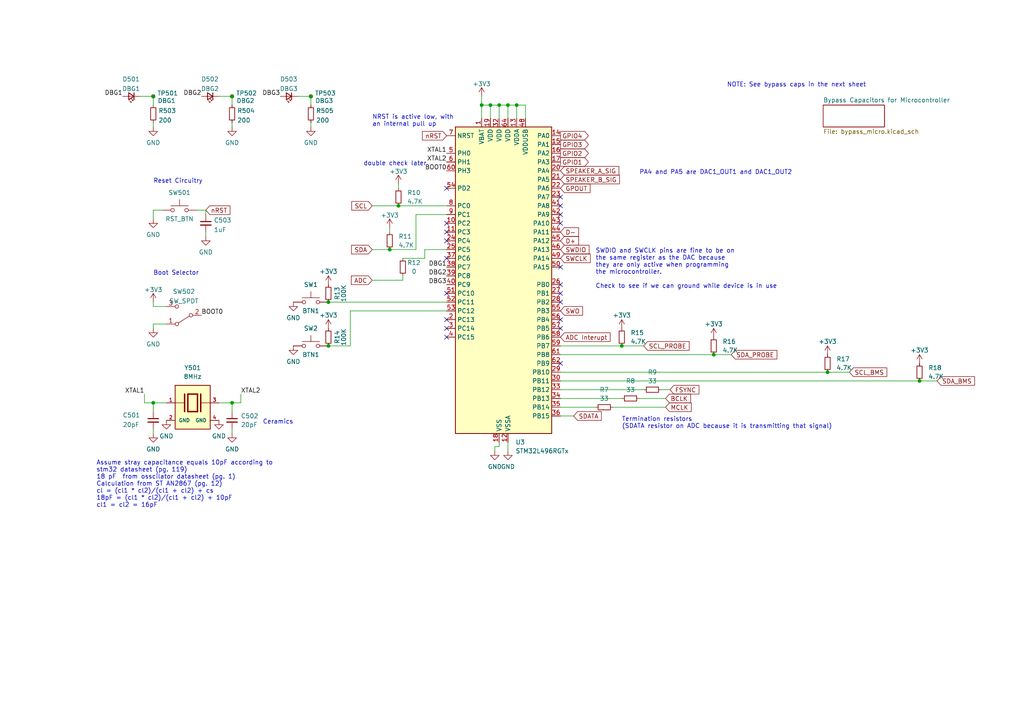
<source format=kicad_sch>
(kicad_sch (version 20231120) (generator "eeschema") (generator_version "8.0")
  (paper "A4")
  (lib_symbols
    (symbol "ABMM2-8.000MHZ-E2-T:ABMM2-8.000MHZ-E2-T" (pin_names (offset 1.016))
      (property "Reference" "Y501" (at 0 10.16 0))
      (property "Value" "8MHz" (at 0 7.62 0))
      (symbol "ABMM2-8.000MHZ-E2-T_0_0"
        (rectangle (start -5.08 -7.62) (end 5.08 5.08) (stroke (width 0.254)) (fill (type background)))
        (polyline (pts (xy -5.08 0) (xy -2.54 0)) (stroke (width 0.1524)))
        (polyline (pts (xy -2.3368 2.54) (xy -2.3368 -2.54)) (stroke (width 0.4064)))
        (polyline (pts (xy -1.397 2.54) (xy -1.397 -2.54)) (stroke (width 0.4064)))
        (polyline (pts (xy -1.397 2.54) (xy 1.397 2.54)) (stroke (width 0.4064)))
        (polyline (pts (xy 1.397 -2.54) (xy -1.397 -2.54)) (stroke (width 0.4064)))
        (polyline (pts (xy 1.397 2.54) (xy 1.397 -2.54)) (stroke (width 0.4064)))
        (polyline (pts (xy 2.3368 2.54) (xy 2.3368 -2.54)) (stroke (width 0.4064)))
        (polyline (pts (xy 2.54 0) (xy 5.08 0)) (stroke (width 0.1524)))
        (pin passive line (at -7.62 0 0) (length 2.54) (name "~") (number "1"))
        (pin power_in line (at -7.62 -5.08 0) (length 2.54) (name "GND") (number "2"))
        (pin passive line (at 7.62 0 180) (length 2.54) (name "~") (number "3"))
        (pin power_in line (at 7.62 -5.08 180) (length 2.54) (name "GND") (number "4"))
      )
    )
    (symbol "Connector:TestPoint_Small" (pin_numbers hide) (pin_names (offset 0.762) hide)
      (property "Reference" "TP" (at 0 3.81 0))
      (property "Value" "TestPoint_Small" (at 0 2.032 0))
      (symbol "TestPoint_Small_0_1"
        (circle (center 0 0) (radius 0.508))
      )
      (symbol "TestPoint_Small_1_1"
        (pin passive line (at 0 0 90) (length 0) (name "1") (number "1"))
      )
    )
    (symbol "Device:C_Small" (pin_numbers hide) (pin_names (offset 0.254) hide)
      (property "Reference" "C" (at 0.254 1.778 0))
      (property "Value" "C_Small" (at 0.254 -2.032 0))
      (symbol "C_Small_0_1"
        (polyline (pts (xy -1.524 -0.508) (xy 1.524 -0.508)) (stroke (width 0.3302)))
        (polyline (pts (xy -1.524 0.508) (xy 1.524 0.508)) (stroke (width 0.3048)))
      )
      (symbol "C_Small_1_1"
        (pin passive line (at 0 2.54 270) (length 2.032) (name "~") (number "1"))
        (pin passive line (at 0 -2.54 90) (length 2.032) (name "~") (number "2"))
      )
    )
    (symbol "Device:LED_Small" (pin_numbers hide) (pin_names (offset 0.254) hide)
      (property "Reference" "D" (at -1.27 3.175 0))
      (property "Value" "LED_Small" (at -4.445 -2.54 0))
      (symbol "LED_Small_0_1"
        (polyline (pts (xy -0.762 -1.016) (xy -0.762 1.016)) (stroke (width 0.254)))
        (polyline (pts (xy 1.016 0) (xy -0.762 0)))
        (polyline (pts (xy 0.762 -1.016) (xy -0.762 0) (xy 0.762 1.016) (xy 0.762 -1.016)) (stroke (width 0.254)))
        (polyline (pts (xy 0 0.762) (xy -0.508 1.27) (xy -0.254 1.27) (xy -0.508 1.27) (xy -0.508 1.016)))
        (polyline (pts (xy 0.508 1.27) (xy 0 1.778) (xy 0.254 1.778) (xy 0 1.778) (xy 0 1.524)))
      )
      (symbol "LED_Small_1_1"
        (pin passive line (at -2.54 0 0) (length 1.778) (name "K") (number "1"))
        (pin passive line (at 2.54 0 180) (length 1.778) (name "A") (number "2"))
      )
    )
    (symbol "Device:R_Small" (pin_numbers hide) (pin_names (offset 0.254) hide)
      (property "Reference" "R" (at 0.762 0.508 0))
      (property "Value" "R_Small" (at 0.762 -1.016 0))
      (symbol "R_Small_0_1"
        (rectangle (start -0.762 1.778) (end 0.762 -1.778) (stroke (width 0.2032)))
      )
      (symbol "R_Small_1_1"
        (pin passive line (at 0 2.54 270) (length 0.762) (name "~") (number "1"))
        (pin passive line (at 0 -2.54 90) (length 0.762) (name "~") (number "2"))
      )
    )
    (symbol "MCU_ST_STM32L4:STM32L496RGTx"
      (property "Reference" "U" (at -12.7 46.99 0))
      (property "Value" "STM32L496RGTx" (at 10.16 46.99 0))
      (symbol "STM32L496RGTx_0_1"
        (rectangle (start -12.7 -43.18) (end 15.24 45.72) (stroke (width 0.254)) (fill (type background)))
      )
      (symbol "STM32L496RGTx_1_1"
        (pin power_in line (at -5.08 48.26 270) (length 2.54) (name "VBAT") (number "1"))
        (pin bidirectional line (at -15.24 17.78 0) (length 2.54) (name "PC2") (number "10"))
        (pin bidirectional line (at -15.24 15.24 0) (length 2.54) (name "PC3") (number "11"))
        (pin power_in line (at 2.54 -45.72 90) (length 2.54) (name "VSSA") (number "12"))
        (pin power_in line (at 5.08 48.26 270) (length 2.54) (name "VDDA") (number "13"))
        (pin bidirectional line (at 17.78 43.18 180) (length 2.54) (name "PA0") (number "14"))
        (pin bidirectional line (at 17.78 40.64 180) (length 2.54) (name "PA1") (number "15"))
        (pin bidirectional line (at 17.78 38.1 180) (length 2.54) (name "PA2") (number "16"))
        (pin bidirectional line (at 17.78 35.56 180) (length 2.54) (name "PA3") (number "17"))
        (pin power_in line (at 0 -45.72 90) (length 2.54) (name "VSS") (number "18"))
        (pin power_in line (at -2.54 48.26 270) (length 2.54) (name "VDD") (number "19"))
        (pin bidirectional line (at -15.24 -10.16 0) (length 2.54) (name "PC13") (number "2"))
        (pin bidirectional line (at 17.78 33.02 180) (length 2.54) (name "PA4") (number "20"))
        (pin bidirectional line (at 17.78 30.48 180) (length 2.54) (name "PA5") (number "21"))
        (pin bidirectional line (at 17.78 27.94 180) (length 2.54) (name "PA6") (number "22"))
        (pin bidirectional line (at 17.78 25.4 180) (length 2.54) (name "PA7") (number "23"))
        (pin bidirectional line (at -15.24 12.7 0) (length 2.54) (name "PC4") (number "24"))
        (pin bidirectional line (at -15.24 10.16 0) (length 2.54) (name "PC5") (number "25"))
        (pin bidirectional line (at 17.78 0 180) (length 2.54) (name "PB0") (number "26"))
        (pin bidirectional line (at 17.78 -2.54 180) (length 2.54) (name "PB1") (number "27"))
        (pin bidirectional line (at 17.78 -5.08 180) (length 2.54) (name "PB2") (number "28"))
        (pin bidirectional line (at 17.78 -25.4 180) (length 2.54) (name "PB10") (number "29"))
        (pin bidirectional line (at -15.24 -12.7 0) (length 2.54) (name "PC14") (number "3"))
        (pin bidirectional line (at 17.78 -27.94 180) (length 2.54) (name "PB11") (number "30"))
        (pin passive line (at 0 -45.72 90) (length 2.54) hide (name "VSS") (number "31"))
        (pin power_in line (at 0 48.26 270) (length 2.54) (name "VDD") (number "32"))
        (pin bidirectional line (at 17.78 -30.48 180) (length 2.54) (name "PB12") (number "33"))
        (pin bidirectional line (at 17.78 -33.02 180) (length 2.54) (name "PB13") (number "34"))
        (pin bidirectional line (at 17.78 -35.56 180) (length 2.54) (name "PB14") (number "35"))
        (pin bidirectional line (at 17.78 -38.1 180) (length 2.54) (name "PB15") (number "36"))
        (pin bidirectional line (at -15.24 7.62 0) (length 2.54) (name "PC6") (number "37"))
        (pin bidirectional line (at -15.24 5.08 0) (length 2.54) (name "PC7") (number "38"))
        (pin bidirectional line (at -15.24 2.54 0) (length 2.54) (name "PC8") (number "39"))
        (pin bidirectional line (at -15.24 -15.24 0) (length 2.54) (name "PC15") (number "4"))
        (pin bidirectional line (at -15.24 0 0) (length 2.54) (name "PC9") (number "40"))
        (pin bidirectional line (at 17.78 22.86 180) (length 2.54) (name "PA8") (number "41"))
        (pin bidirectional line (at 17.78 20.32 180) (length 2.54) (name "PA9") (number "42"))
        (pin bidirectional line (at 17.78 17.78 180) (length 2.54) (name "PA10") (number "43"))
        (pin bidirectional line (at 17.78 15.24 180) (length 2.54) (name "PA11") (number "44"))
        (pin bidirectional line (at 17.78 12.7 180) (length 2.54) (name "PA12") (number "45"))
        (pin bidirectional line (at 17.78 10.16 180) (length 2.54) (name "PA13") (number "46"))
        (pin passive line (at 0 -45.72 90) (length 2.54) hide (name "VSS") (number "47"))
        (pin power_in line (at 7.62 48.26 270) (length 2.54) (name "VDDUSB") (number "48"))
        (pin bidirectional line (at 17.78 7.62 180) (length 2.54) (name "PA14") (number "49"))
        (pin bidirectional line (at -15.24 38.1 0) (length 2.54) (name "PH0") (number "5"))
        (pin bidirectional line (at 17.78 5.08 180) (length 2.54) (name "PA15") (number "50"))
        (pin bidirectional line (at -15.24 -2.54 0) (length 2.54) (name "PC10") (number "51"))
        (pin bidirectional line (at -15.24 -5.08 0) (length 2.54) (name "PC11") (number "52"))
        (pin bidirectional line (at -15.24 -7.62 0) (length 2.54) (name "PC12") (number "53"))
        (pin bidirectional line (at -15.24 27.94 0) (length 2.54) (name "PD2") (number "54"))
        (pin bidirectional line (at 17.78 -7.62 180) (length 2.54) (name "PB3") (number "55"))
        (pin bidirectional line (at 17.78 -10.16 180) (length 2.54) (name "PB4") (number "56"))
        (pin bidirectional line (at 17.78 -12.7 180) (length 2.54) (name "PB5") (number "57"))
        (pin bidirectional line (at 17.78 -15.24 180) (length 2.54) (name "PB6") (number "58"))
        (pin bidirectional line (at 17.78 -17.78 180) (length 2.54) (name "PB7") (number "59"))
        (pin bidirectional line (at -15.24 35.56 0) (length 2.54) (name "PH1") (number "6"))
        (pin bidirectional line (at -15.24 33.02 0) (length 2.54) (name "PH3") (number "60"))
        (pin bidirectional line (at 17.78 -20.32 180) (length 2.54) (name "PB8") (number "61"))
        (pin bidirectional line (at 17.78 -22.86 180) (length 2.54) (name "PB9") (number "62"))
        (pin passive line (at 0 -45.72 90) (length 2.54) hide (name "VSS") (number "63"))
        (pin power_in line (at 2.54 48.26 270) (length 2.54) (name "VDD") (number "64"))
        (pin input line (at -15.24 43.18 0) (length 2.54) (name "NRST") (number "7"))
        (pin bidirectional line (at -15.24 22.86 0) (length 2.54) (name "PC0") (number "8"))
        (pin bidirectional line (at -15.24 20.32 0) (length 2.54) (name "PC1") (number "9"))
      )
    )
    (symbol "Switch:SW_Push" (pin_numbers hide) (pin_names (offset 1.016) hide)
      (property "Reference" "SW" (at 1.27 2.54 0))
      (property "Value" "SW_Push" (at 0 -1.524 0))
      (symbol "SW_Push_0_1"
        (circle (center -2.032 0) (radius 0.508))
        (polyline (pts (xy 0 1.27) (xy 0 3.048)))
        (polyline (pts (xy 2.54 1.27) (xy -2.54 1.27)))
        (circle (center 2.032 0) (radius 0.508))
        (pin passive line (at -5.08 0 0) (length 2.54) (name "1") (number "1"))
        (pin passive line (at 5.08 0 180) (length 2.54) (name "2") (number "2"))
      )
    )
    (symbol "Switch:SW_SPDT" (pin_names (offset 0) hide)
      (property "Reference" "SW" (at 0 4.318 0))
      (property "Value" "SW_SPDT" (at 0 -5.08 0))
      (symbol "SW_SPDT_0_0"
        (circle (center -2.032 0) (radius 0.508))
        (circle (center 2.032 -2.54) (radius 0.508))
      )
      (symbol "SW_SPDT_0_1"
        (polyline (pts (xy -1.524 0.254) (xy 1.651 2.286)))
        (circle (center 2.032 2.54) (radius 0.508))
      )
      (symbol "SW_SPDT_1_1"
        (pin passive line (at 5.08 2.54 180) (length 2.54) (name "A") (number "1"))
        (pin passive line (at -5.08 0 0) (length 2.54) (name "B") (number "2"))
        (pin passive line (at 5.08 -2.54 180) (length 2.54) (name "C") (number "3"))
      )
    )
    (symbol "power:+3V3" (power) (pin_names (offset 0))
      (property "Value" "+3V3" (at 0 3.556 0))
      (symbol "+3V3_0_1"
        (polyline (pts (xy -0.762 1.27) (xy 0 2.54)))
        (polyline (pts (xy 0 0) (xy 0 2.54)))
        (polyline (pts (xy 0 2.54) (xy 0.762 1.27)))
      )
      (symbol "+3V3_1_1"
        (pin power_in line (at 0 0 90) (length 0) hide (name "+3V3") (number "1"))
      )
    )
    (symbol "power:GND" (power) (pin_names (offset 0))
      (property "Value" "GND" (at 0 -3.81 0))
      (symbol "GND_0_1"
        (polyline (pts (xy 0 0) (xy 0 -1.27) (xy 1.27 -1.27) (xy 0 -2.54) (xy -1.27 -1.27) (xy 0 -1.27)))
      )
      (symbol "GND_1_1"
        (pin power_in line (at 0 0 270) (length 0) hide (name "GND") (number "1"))
      )
    )
  )
  (junction (at 67.31 27.94))
  (junction (at 180.34 100.33))
  (junction (at 144.78 30.48))
  (junction (at 207.01 102.87))
  (junction (at 115.57 59.69))
  (junction (at 139.7 30.48))
  (junction (at 240.03 107.95))
  (junction (at 142.24 30.48))
  (junction (at 44.45 27.94))
  (junction (at 95.25 87.63))
  (junction (at 147.32 30.48))
  (junction (at 67.31 116.84))
  (junction (at 44.45 116.84))
  (junction (at 149.86 30.48))
  (junction (at 113.03 72.39))
  (junction (at 266.7 110.49))
  (junction (at 90.17 27.94))
  (junction (at 95.25 100.33))
  (no_connect (at 162.56 59.69))
  (no_connect (at 129.54 92.71))
  (no_connect (at 162.56 77.47))
  (no_connect (at 162.56 85.09))
  (no_connect (at 129.54 97.79))
  (no_connect (at 129.54 69.85))
  (no_connect (at 129.54 67.31))
  (no_connect (at 162.56 92.71))
  (no_connect (at 162.56 62.23))
  (no_connect (at 129.54 64.77))
  (no_connect (at 162.56 64.77))
  (no_connect (at 129.54 54.61))
  (no_connect (at 162.56 87.63))
  (no_connect (at 162.56 105.41))
  (no_connect (at 162.56 57.15))
  (no_connect (at 129.54 95.25))
  (no_connect (at 129.54 85.09))
  (no_connect (at 162.56 82.55))
  (no_connect (at 129.54 74.93))
  (no_connect (at 162.56 95.25))
  (wire (pts (xy 186.69 100.33) (xy 180.34 100.33)))
  (wire (pts (xy 162.56 110.49) (xy 266.7 110.49)))
  (wire (pts (xy 44.45 30.48) (xy 44.45 27.94)))
  (wire (pts (xy 44.45 93.98) (xy 48.26 93.98)))
  (wire (pts (xy 101.6 100.33) (xy 95.25 100.33)))
  (wire (pts (xy 144.78 30.48) (xy 147.32 30.48)))
  (wire (pts (xy 90.17 30.48) (xy 90.17 27.94)))
  (wire (pts (xy 44.45 35.56) (xy 44.45 36.83)))
  (wire (pts (xy 266.7 110.49) (xy 271.78 110.49)))
  (wire (pts (xy 107.95 59.69) (xy 115.57 59.69)))
  (wire (pts (xy 107.95 81.28) (xy 116.84 81.28)))
  (wire (pts (xy 139.7 30.48) (xy 142.24 30.48)))
  (wire (pts (xy 67.31 116.84) (xy 69.85 116.84)))
  (wire (pts (xy 162.56 102.87) (xy 207.01 102.87)))
  (wire (pts (xy 116.84 74.93) (xy 123.19 74.93)))
  (wire (pts (xy 246.38 107.95) (xy 240.03 107.95)))
  (wire (pts (xy 123.19 72.39) (xy 123.19 74.93)))
  (wire (pts (xy 69.85 116.84) (xy 69.85 114.3)))
  (wire (pts (xy 57.15 60.96) (xy 59.69 60.96)))
  (wire (pts (xy 139.7 27.94) (xy 139.7 30.48)))
  (wire (pts (xy 59.69 60.96) (xy 59.69 62.23)))
  (wire (pts (xy 41.91 116.84) (xy 44.45 116.84)))
  (wire (pts (xy 107.95 72.39) (xy 113.03 72.39)))
  (wire (pts (xy 129.54 62.23) (xy 120.65 62.23)))
  (wire (pts (xy 44.45 119.38) (xy 44.45 116.84)))
  (wire (pts (xy 113.03 66.04) (xy 113.03 67.31)))
  (wire (pts (xy 172.72 118.11) (xy 162.56 118.11)))
  (wire (pts (xy 44.45 27.94) (xy 40.64 27.94)))
  (wire (pts (xy 147.32 30.48) (xy 149.86 30.48)))
  (wire (pts (xy 115.57 59.69) (xy 129.54 59.69)))
  (wire (pts (xy 143.51 129.54) (xy 143.51 130.81)))
  (wire (pts (xy 44.45 63.5) (xy 44.45 60.96)))
  (wire (pts (xy 147.32 30.48) (xy 147.32 34.29)))
  (wire (pts (xy 149.86 30.48) (xy 152.4 30.48)))
  (wire (pts (xy 113.03 72.39) (xy 120.65 72.39)))
  (wire (pts (xy 59.69 67.31) (xy 59.69 68.58)))
  (wire (pts (xy 67.31 30.48) (xy 67.31 27.94)))
  (wire (pts (xy 193.04 115.57) (xy 185.42 115.57)))
  (wire (pts (xy 115.57 53.34) (xy 115.57 54.61)))
  (wire (pts (xy 166.37 120.65) (xy 162.56 120.65)))
  (wire (pts (xy 67.31 124.46) (xy 67.31 125.73)))
  (wire (pts (xy 44.45 88.9) (xy 48.26 88.9)))
  (wire (pts (xy 207.01 102.87) (xy 212.09 102.87)))
  (wire (pts (xy 142.24 30.48) (xy 142.24 34.29)))
  (wire (pts (xy 143.51 129.54) (xy 144.78 129.54)))
  (wire (pts (xy 142.24 30.48) (xy 144.78 30.48)))
  (wire (pts (xy 186.69 113.03) (xy 162.56 113.03)))
  (wire (pts (xy 152.4 30.48) (xy 152.4 34.29)))
  (wire (pts (xy 41.91 114.3) (xy 41.91 116.84)))
  (wire (pts (xy 147.32 128.27) (xy 147.32 130.81)))
  (wire (pts (xy 193.04 118.11) (xy 177.8 118.11)))
  (wire (pts (xy 149.86 30.48) (xy 149.86 34.29)))
  (wire (pts (xy 44.45 87.63) (xy 44.45 88.9)))
  (wire (pts (xy 180.34 115.57) (xy 162.56 115.57)))
  (wire (pts (xy 139.7 34.29) (xy 139.7 30.48)))
  (wire (pts (xy 120.65 62.23) (xy 120.65 72.39)))
  (wire (pts (xy 90.17 35.56) (xy 90.17 36.83)))
  (wire (pts (xy 63.5 116.84) (xy 67.31 116.84)))
  (wire (pts (xy 95.25 87.63) (xy 129.54 87.63)))
  (wire (pts (xy 101.6 90.17) (xy 129.54 90.17)))
  (wire (pts (xy 90.17 27.94) (xy 86.36 27.94)))
  (wire (pts (xy 44.45 116.84) (xy 48.26 116.84)))
  (wire (pts (xy 144.78 129.54) (xy 144.78 128.27)))
  (wire (pts (xy 162.56 107.95) (xy 240.03 107.95)))
  (wire (pts (xy 194.31 113.03) (xy 191.77 113.03)))
  (wire (pts (xy 44.45 124.46) (xy 44.45 125.73)))
  (wire (pts (xy 116.84 80.01) (xy 116.84 81.28)))
  (wire (pts (xy 44.45 95.25) (xy 44.45 93.98)))
  (wire (pts (xy 129.54 72.39) (xy 123.19 72.39)))
  (wire (pts (xy 67.31 116.84) (xy 67.31 119.38)))
  (wire (pts (xy 44.45 60.96) (xy 46.99 60.96)))
  (wire (pts (xy 162.56 100.33) (xy 180.34 100.33)))
  (wire (pts (xy 101.6 90.17) (xy 101.6 100.33)))
  (wire (pts (xy 67.31 27.94) (xy 63.5 27.94)))
  (wire (pts (xy 144.78 30.48) (xy 144.78 34.29)))
  (wire (pts (xy 67.31 35.56) (xy 67.31 36.83)))
  (text "Ceramics" (at 76.2 123.19 0) (effects (font (size 1.27 1.27)) (justify left bottom)))
  (text "Termination resistors \n(SDATA resistor on ADC because it is transmitting that signal)" (at 180.34 124.46 0) (effects (font (size 1.27 1.27)) (justify left bottom)))
  (text "Reset Circuitry" (at 44.45 53.34 0) (effects (font (size 1.27 1.27)) (justify left bottom)))
  (text "Boot Selector" (at 44.45 80.01 0) (effects (font (size 1.27 1.27)) (justify left bottom)))
  (text "NRST is active low, with \nan internal pull up" (at 107.95 36.83 0) (effects (font (size 1.27 1.27)) (justify left bottom)))
  (text "Assume stray capacitance equals 10pF according to \nstm32 datasheet (pg. 119)\n18 pF  from osscilator datasheet (pg. 1)\nCalculation from ST AN2867 (pg. 12)\ncl = (cl1 * cl2)/(cl1 + cl2) + cs\n18pF = (cl1 * cl2)/(cl1 + cl2) + 10pF\ncl1 = cl2 = 16pF\n" (at 27.94 147.32 0) (effects (font (size 1.27 1.27)) (justify left bottom)))
  (text "double check later" (at 105.41 48.26 0) (effects (font (size 1.27 1.27)) (justify left bottom)))
  (text "NOTE: See bypass caps in the next sheet" (at 210.82 25.4 0) (effects (font (size 1.27 1.27)) (justify left bottom)))
  (text "PA4 and PA5 are DAC1_OUT1 and DAC1_OUT2" (at 185.42 50.8 0) (effects (font (size 1.27 1.27)) (justify left bottom)))
  (text "SWDIO and SWCLK pins are fine to be on\nthe same register as the DAC because\nthey are only active when programming\nthe microcontroller.\n\nCheck to see if we can ground while device is in use" (at 172.72 83.82 0) (effects (font (size 1.27 1.27)) (justify left bottom)))
  (label "BOOT0" (at 129.54 49.53 180))
  (label "DBG2" (at 58.42 27.94 180))
  (label "DBG2" (at 129.54 80.01 180))
  (label "XTAL1" (at 41.91 114.3 180))
  (label "DBG1" (at 129.54 77.47 180))
  (label "XTAL1" (at 129.54 44.45 180))
  (label "XTAL2" (at 69.85 114.3 0))
  (label "DBG3" (at 129.54 82.55 180))
  (label "DBG3" (at 81.28 27.94 180))
  (label "BOOT0" (at 58.42 91.44 0))
  (label "XTAL2" (at 129.54 46.99 180))
  (label "DBG1" (at 35.56 27.94 180))
  (global_label "SCL_BMS" (shape input) (at 246.38 107.95 0) (property "Intersheetrefs" "${INTERSHEET_REFS}" (effects (hide yes))))
  (global_label "ADC Interupt" (shape input) (at 162.56 97.79 0) (property "Intersheetrefs" "${INTERSHEET_REFS}" (effects (hide yes))))
  (global_label "SDATA" (shape input) (at 166.37 120.65 0) (property "Intersheetrefs" "${INTERSHEET_REFS}" (effects (hide yes))))
  (global_label "BCLK" (shape input) (at 193.04 115.57 0) (property "Intersheetrefs" "${INTERSHEET_REFS}" (effects (hide yes))))
  (global_label "GPIO2" (shape output) (at 162.56 44.45 0) (property "Intersheetrefs" "${INTERSHEET_REFS}" (effects (hide yes))))
  (global_label "SWDIO" (shape input) (at 162.56 72.39 0) (property "Intersheetrefs" "${INTERSHEET_REFS}" (effects (hide yes))))
  (global_label "SWO" (shape input) (at 162.56 90.17 0) (property "Intersheetrefs" "${INTERSHEET_REFS}" (effects (hide yes))))
  (global_label "FSYNC" (shape input) (at 194.31 113.03 0) (property "Intersheetrefs" "${INTERSHEET_REFS}" (effects (hide yes))))
  (global_label "SPEAKER_B_SIG" (shape input) (at 162.56 52.07 0) (property "Intersheetrefs" "${INTERSHEET_REFS}" (effects (hide yes))))
  (global_label "D-" (shape input) (at 162.56 67.31 0) (property "Intersheetrefs" "${INTERSHEET_REFS}" (effects (hide yes))))
  (global_label "SCL" (shape input) (at 107.95 59.69 180) (property "Intersheetrefs" "${INTERSHEET_REFS}" (effects (hide yes))))
  (global_label "GPOUT" (shape input) (at 162.56 54.61 0) (property "Intersheetrefs" "${INTERSHEET_REFS}" (effects (hide yes))))
  (global_label "SDA" (shape input) (at 107.95 72.39 180) (property "Intersheetrefs" "${INTERSHEET_REFS}" (effects (hide yes))))
  (global_label "GPIO4" (shape output) (at 162.56 39.37 0) (property "Intersheetrefs" "${INTERSHEET_REFS}" (effects (hide yes))))
  (global_label "SCL_PROBE" (shape input) (at 186.69 100.33 0) (property "Intersheetrefs" "${INTERSHEET_REFS}" (effects (hide yes))))
  (global_label "GPIO3" (shape output) (at 162.56 41.91 0) (property "Intersheetrefs" "${INTERSHEET_REFS}" (effects (hide yes))))
  (global_label "GPIO1" (shape output) (at 162.56 46.99 0) (property "Intersheetrefs" "${INTERSHEET_REFS}" (effects (hide yes))))
  (global_label "MCLK" (shape input) (at 193.04 118.11 0) (property "Intersheetrefs" "${INTERSHEET_REFS}" (effects (hide yes))))
  (global_label "nRST" (shape input) (at 129.54 39.37 180) (property "Intersheetrefs" "${INTERSHEET_REFS}" (effects (hide yes))))
  (global_label "nRST" (shape input) (at 59.69 60.96 0) (property "Intersheetrefs" "${INTERSHEET_REFS}" (effects (hide yes))))
  (global_label "SPEAKER_A_SIG" (shape input) (at 162.56 49.53 0) (property "Intersheetrefs" "${INTERSHEET_REFS}" (effects (hide yes))))
  (global_label "SWCLK" (shape input) (at 162.56 74.93 0) (property "Intersheetrefs" "${INTERSHEET_REFS}" (effects (hide yes))))
  (global_label "D+" (shape input) (at 162.56 69.85 0) (property "Intersheetrefs" "${INTERSHEET_REFS}" (effects (hide yes))))
  (global_label "SDA_PROBE" (shape input) (at 212.09 102.87 0) (property "Intersheetrefs" "${INTERSHEET_REFS}" (effects (hide yes))))
  (global_label "SDA_BMS" (shape input) (at 271.78 110.49 0) (property "Intersheetrefs" "${INTERSHEET_REFS}" (effects (hide yes))))
  (global_label "ADC" (shape input) (at 107.95 81.28 180) (property "Intersheetrefs" "${INTERSHEET_REFS}" (effects (hide yes))))
  (symbol (lib_id "Device:R_Small") (at 116.84 77.47 180) (unit 1)
    (property "Reference" "R12" (at 118.11 76.2 0) (effects (justify right)))
    (property "Value" "0" (at 119.38 78.74 0) (effects (justify right)))
    (property "Footprint" "Resistor_SMD:R_0603_1608Metric_Pad0.98x0.95mm_HandSolder" (effects (hide yes)))
  )
  (symbol (lib_id "power:GND") (at 85.09 87.63 0) (unit 1)
    (property "Reference" "#PWR032" (effects (hide yes)))
    (property "Value" "GND" (at 85.09 92.1925 0))
  )
  (symbol (lib_id "Device:R_Small") (at 207.01 100.33 0) (unit 1)
    (property "Reference" "R16" (at 209.55 99.06 0) (effects (justify left)))
    (property "Value" "4.7K" (at 209.55 101.6 0) (effects (justify left)))
    (property "Footprint" "Resistor_SMD:R_0603_1608Metric_Pad0.98x0.95mm_HandSolder" (effects (hide yes)))
  )
  (symbol (lib_id "Device:LED_Small") (at 83.82 27.94 180) (unit 1)
    (property "Reference" "D503" (at 83.7565 22.9575 0))
    (property "Value" "DBG3" (at 83.7565 25.7326 0))
    (property "Footprint" "LED_SMD:LED_0603_1608Metric" (effects (hide yes)))
  )
  (symbol (lib_id "power:+3V3") (at 95.25 82.55 0) (unit 1)
    (property "Reference" "#PWR033" (effects (hide yes)))
    (property "Value" "+3V3" (at 95.25 78.74 0))
  )
  (symbol (lib_id "Switch:SW_SPDT") (at 53.34 91.44 180) (unit 1)
    (property "Reference" "SW502" (at 53.34 84.5525 0))
    (property "Value" "SW_SPDT" (at 53.34 87.3276 0))
    (property "Footprint" "Connector_PinHeader_2.54mm:PinHeader_1x03_P2.54mm_Vertical" (effects (hide yes)))
  )
  (symbol (lib_id "Connector:TestPoint_Small") (at 44.45 27.94 0) (unit 1)
    (property "Reference" "TP501" (at 45.593 27.0315 0) (effects (justify left)))
    (property "Value" "DBG1" (at 45.72 29.21 0) (effects (justify left)))
    (property "Footprint" "TestPoint:TestPoint_Pad_1.5x1.5mm" (effects (hide yes)))
  )
  (symbol (lib_id "Device:LED_Small") (at 60.96 27.94 180) (unit 1)
    (property "Reference" "D502" (at 60.8965 22.9575 0))
    (property "Value" "DBG2" (at 60.8965 25.7326 0))
    (property "Footprint" "LED_SMD:LED_0603_1608Metric" (effects (hide yes)))
  )
  (symbol (lib_id "power:GND") (at 147.32 130.81 0) (unit 1)
    (property "Reference" "#PWR044" (effects (hide yes)))
    (property "Value" "GND" (at 147.32 135.3725 0))
  )
  (symbol (lib_id "Device:R_Small") (at 180.34 97.79 0) (unit 1)
    (property "Reference" "R15" (at 182.88 96.52 0) (effects (justify left)))
    (property "Value" "4.7K" (at 182.88 99.06 0) (effects (justify left)))
    (property "Footprint" "Resistor_SMD:R_0603_1608Metric_Pad0.98x0.95mm_HandSolder" (effects (hide yes)))
  )
  (symbol (lib_id "power:+3V3") (at 180.34 95.25 0) (unit 1)
    (property "Reference" "#PWR036" (effects (hide yes)))
    (property "Value" "+3V3" (at 180.34 91.44 0))
  )
  (symbol (lib_id "power:GND") (at 44.45 95.25 0) (unit 1)
    (property "Reference" "#PWR0504" (effects (hide yes)))
    (property "Value" "GND" (at 44.45 99.8125 0))
  )
  (symbol (lib_id "power:GND") (at 85.09 100.33 0) (unit 1)
    (property "Reference" "#PWR034" (effects (hide yes)))
    (property "Value" "GND" (at 85.09 104.8925 0))
  )
  (symbol (lib_id "Device:R_Small") (at 240.03 105.41 0) (unit 1)
    (property "Reference" "R17" (at 242.57 104.14 0) (effects (justify left)))
    (property "Value" "4.7K" (at 242.57 106.68 0) (effects (justify left)))
    (property "Footprint" "Resistor_SMD:R_0603_1608Metric_Pad0.98x0.95mm_HandSolder" (effects (hide yes)))
  )
  (symbol (lib_id "Device:R_Small") (at 189.23 113.03 90) (unit 1)
    (property "Reference" "R9" (at 189.23 107.95 90))
    (property "Value" "33" (at 189.23 110.49 90))
    (property "Footprint" "Resistor_SMD:R_0603_1608Metric_Pad0.98x0.95mm_HandSolder" (effects (hide yes)))
  )
  (symbol (lib_id "Device:C_Small") (at 59.69 64.77 0) (unit 1)
    (property "Reference" "C503" (at 62.0141 63.8678 0) (effects (justify left)))
    (property "Value" "1uF" (at 62.0141 66.6429 0) (effects (justify left)))
    (property "Footprint" "Capacitor_SMD:C_0603_1608Metric" (effects (hide yes)))
  )
  (symbol (lib_id "MCU_ST_STM32L4:STM32L496RGTx") (at 144.78 82.55 0) (unit 1)
    (property "Reference" "U3" (at 149.5141 128.27 0) (effects (justify left)))
    (property "Value" "STM32L496RGTx" (at 149.5141 130.81 0) (effects (justify left)))
    (property "Footprint" "Package_QFP:LQFP-64_10x10mm_P0.5mm" (effects (hide yes)))
    (property "Datasheet" "https://www.st.com/resource/en/datasheet/stm32l496rg.pdf" (effects (hide yes)))
  )
  (symbol (lib_id "power:GND") (at 67.31 36.83 0) (unit 1)
    (property "Reference" "#PWR0511" (effects (hide yes)))
    (property "Value" "GND" (at 67.31 41.3925 0))
  )
  (symbol (lib_id "Device:R_Small") (at 95.25 97.79 180) (unit 1)
    (property "Reference" "R14" (at 97.79 97.79 90))
    (property "Value" "100K" (at 99.695 97.79 90))
    (property "Footprint" "Resistor_SMD:R_0603_1608Metric_Pad0.98x0.95mm_HandSolder" (effects (hide yes)))
  )
  (symbol (lib_id "Device:R_Small") (at 175.26 118.11 90) (unit 1)
    (property "Reference" "R7" (at 175.26 113.03 90))
    (property "Value" "33" (at 175.26 115.57 90))
    (property "Footprint" "Resistor_SMD:R_0603_1608Metric_Pad0.98x0.95mm_HandSolder" (effects (hide yes)))
  )
  (symbol (lib_id "Switch:SW_Push") (at 90.17 100.33 0) (unit 1)
    (property "Reference" "SW2" (at 90.17 95.25 0))
    (property "Value" "BTN1" (at 90.17 102.87 0))
    (property "Footprint" "Button_Switch_SMD:SW_SPST_EVPBF" (effects (hide yes)))
    (property "Datasheet" "https://www3.panasonic.biz/ac/cdn/e/control/switch/light-touch/catalog/sw_lt_eng_6s_mid.pdf" (effects (hide yes)))
    (property "DigiKey" "P19749DKR-ND" (effects (hide yes)))
  )
  (symbol (lib_id "power:GND") (at 63.5 121.92 0) (unit 1)
    (property "Reference" "#PWR011" (effects (hide yes)))
    (property "Value" "GND" (at 63.5 126.4825 0))
  )
  (symbol (lib_id "power:+3V3") (at 207.01 97.79 0) (unit 1)
    (property "Reference" "#PWR037" (effects (hide yes)))
    (property "Value" "+3V3" (at 207.01 93.98 0))
  )
  (symbol (lib_id "ABMM2-8.000MHZ-E2-T:ABMM2-8.000MHZ-E2-T") (at 55.88 116.84 0) (unit 1)
    (property "Reference" "Y501" (at 55.88 106.68 0))
    (property "Value" "8MHz" (at 55.88 109.22 0))
    (property "Footprint" "oae_mod:XTAL_ABMM2-8.000MHZ-E2-T" (effects (hide yes)))
    (property "PARTREV" "01.18.13" (effects (hide yes)))
    (property "STANDARD" "Manufacturer Recommendations" (effects (hide yes)))
    (property "MAXIMUM_PACKAGE_HEIGHT" "1.2 mm" (effects (hide yes)))
    (property "MANUFACTURER" "Abracon" (effects (hide yes)))
  )
  (symbol (lib_id "power:GND") (at 44.45 125.73 0) (unit 1)
    (property "Reference" "#PWR0501" (effects (hide yes)))
    (property "Value" "GND" (at 44.45 130.2925 0))
  )
  (symbol (lib_id "power:GND") (at 143.51 130.81 0) (unit 1)
    (property "Reference" "#PWR05" (effects (hide yes)))
    (property "Value" "GND" (at 143.51 135.3725 0))
  )
  (symbol (lib_id "Device:R_Small") (at 90.17 33.02 0) (unit 1)
    (property "Reference" "R505" (at 91.6686 32.1115 0) (effects (justify left)))
    (property "Value" "200" (at 91.6686 34.8866 0) (effects (justify left)))
    (property "Footprint" "Resistor_SMD:R_0603_1608Metric_Pad0.98x0.95mm_HandSolder" (effects (hide yes)))
  )
  (symbol (lib_id "Device:R_Small") (at 113.03 69.85 0) (unit 1)
    (property "Reference" "R11" (at 115.57 68.58 0) (effects (justify left)))
    (property "Value" "4.7K" (at 115.57 71.12 0) (effects (justify left)))
    (property "Footprint" "Resistor_SMD:R_0603_1608Metric_Pad0.98x0.95mm_HandSolder" (effects (hide yes)))
  )
  (symbol (lib_id "power:+3V3") (at 95.25 95.25 0) (unit 1)
    (property "Reference" "#PWR035" (effects (hide yes)))
    (property "Value" "+3V3" (at 95.25 91.44 0))
  )
  (symbol (lib_id "power:+3V3") (at 240.03 102.87 0) (unit 1)
    (property "Reference" "#PWR042" (effects (hide yes)))
    (property "Value" "+3V3" (at 240.03 99.06 0))
  )
  (symbol (lib_id "Connector:TestPoint_Small") (at 67.31 27.94 0) (unit 1)
    (property "Reference" "TP502" (at 68.453 27.0315 0) (effects (justify left)))
    (property "Value" "DBG2" (at 68.58 29.21 0) (effects (justify left)))
    (property "Footprint" "TestPoint:TestPoint_Pad_1.5x1.5mm" (effects (hide yes)))
  )
  (symbol (lib_id "power:GND") (at 48.26 121.92 0) (unit 1)
    (property "Reference" "#PWR012" (effects (hide yes)))
    (property "Value" "GND" (at 48.26 126.4825 0))
  )
  (symbol (lib_id "power:+3V3") (at 139.7 27.94 0) (unit 1)
    (property "Reference" "#PWR06" (effects (hide yes)))
    (property "Value" "+3V3" (at 139.7 24.3355 0))
  )
  (symbol (lib_id "Device:C_Small") (at 44.45 121.92 0) (unit 1)
    (property "Reference" "C501" (at 35.56 120.4149 0) (effects (justify left)))
    (property "Value" "20pF" (at 35.56 123.19 0) (effects (justify left)))
    (property "Footprint" "Capacitor_SMD:C_0603_1608Metric" (effects (hide yes)))
  )
  (symbol (lib_id "Device:C_Small") (at 67.31 121.92 0) (unit 1)
    (property "Reference" "C502" (at 69.85 120.6563 0) (effects (justify left)))
    (property "Value" "20pF" (at 69.85 123.1963 0) (effects (justify left)))
    (property "Footprint" "Capacitor_SMD:C_0603_1608Metric" (effects (hide yes)))
  )
  (symbol (lib_id "Connector:TestPoint_Small") (at 90.17 27.94 0) (unit 1)
    (property "Reference" "TP503" (at 91.313 27.0315 0) (effects (justify left)))
    (property "Value" "DBG3" (at 91.44 29.21 0) (effects (justify left)))
    (property "Footprint" "TestPoint:TestPoint_Pad_1.5x1.5mm" (effects (hide yes)))
  )
  (symbol (lib_id "power:GND") (at 67.31 125.73 0) (unit 1)
    (property "Reference" "#PWR0505" (effects (hide yes)))
    (property "Value" "GND" (at 67.31 130.2925 0))
  )
  (symbol (lib_id "Switch:SW_Push") (at 90.17 87.63 0) (unit 1)
    (property "Reference" "SW1" (at 90.17 82.55 0))
    (property "Value" "BTN1" (at 90.17 90.17 0))
    (property "Footprint" "Button_Switch_SMD:SW_SPST_EVPBF" (effects (hide yes)))
    (property "Datasheet" "https://www3.panasonic.biz/ac/cdn/e/control/switch/light-touch/catalog/sw_lt_eng_6s_mid.pdf" (effects (hide yes)))
    (property "DigiKey" "P19749DKR-ND" (effects (hide yes)))
  )
  (symbol (lib_id "power:+3V3") (at 44.45 87.63 0) (unit 1)
    (property "Reference" "#PWR0503" (effects (hide yes)))
    (property "Value" "+3V3" (at 44.45 84.0255 0))
  )
  (symbol (lib_id "power:GND") (at 59.69 68.58 0) (unit 1)
    (property "Reference" "#PWR0506" (effects (hide yes)))
    (property "Value" "GND" (at 59.69 73.1425 0))
  )
  (symbol (lib_id "power:+3V3") (at 115.57 53.34 0) (unit 1)
    (property "Reference" "#PWR030" (effects (hide yes)))
    (property "Value" "+3V3" (at 115.57 49.7355 0))
  )
  (symbol (lib_id "Device:R_Small") (at 95.25 85.09 180) (unit 1)
    (property "Reference" "R13" (at 97.79 85.09 90))
    (property "Value" "100K" (at 99.695 85.09 90))
    (property "Footprint" "Resistor_SMD:R_0603_1608Metric_Pad0.98x0.95mm_HandSolder" (effects (hide yes)))
  )
  (symbol (lib_id "power:GND") (at 44.45 36.83 0) (unit 1)
    (property "Reference" "#PWR0510" (effects (hide yes)))
    (property "Value" "GND" (at 44.45 41.3925 0))
  )
  (symbol (lib_id "Device:R_Small") (at 44.45 33.02 0) (unit 1)
    (property "Reference" "R503" (at 45.9486 32.1115 0) (effects (justify left)))
    (property "Value" "200" (at 45.9486 34.8866 0) (effects (justify left)))
    (property "Footprint" "Resistor_SMD:R_0603_1608Metric_Pad0.98x0.95mm_HandSolder" (effects (hide yes)))
  )
  (symbol (lib_id "Device:LED_Small") (at 38.1 27.94 180) (unit 1)
    (property "Reference" "D501" (at 38.0365 22.9575 0))
    (property "Value" "DBG1" (at 38.0365 25.7326 0))
    (property "Footprint" "LED_SMD:LED_0603_1608Metric" (effects (hide yes)))
  )
  (symbol (lib_id "power:GND") (at 44.45 63.5 0) (unit 1)
    (property "Reference" "#PWR0502" (effects (hide yes)))
    (property "Value" "GND" (at 44.45 68.0625 0))
  )
  (symbol (lib_id "Device:R_Small") (at 115.57 57.15 0) (unit 1)
    (property "Reference" "R10" (at 118.11 55.88 0) (effects (justify left)))
    (property "Value" "4.7K" (at 118.11 58.42 0) (effects (justify left)))
    (property "Footprint" "Resistor_SMD:R_0603_1608Metric_Pad0.98x0.95mm_HandSolder" (effects (hide yes)))
  )
  (symbol (lib_id "Device:R_Small") (at 182.88 115.57 90) (unit 1)
    (property "Reference" "R8" (at 182.88 110.49 90))
    (property "Value" "33" (at 182.88 113.03 90))
    (property "Footprint" "Resistor_SMD:R_0603_1608Metric_Pad0.98x0.95mm_HandSolder" (effects (hide yes)))
  )
  (symbol (lib_id "power:GND") (at 90.17 36.83 0) (unit 1)
    (property "Reference" "#PWR0512" (effects (hide yes)))
    (property "Value" "GND" (at 90.17 41.3925 0))
  )
  (symbol (lib_id "Device:R_Small") (at 67.31 33.02 0) (unit 1)
    (property "Reference" "R504" (at 68.8086 32.1115 0) (effects (justify left)))
    (property "Value" "200" (at 68.8086 34.8866 0) (effects (justify left)))
    (property "Footprint" "Resistor_SMD:R_0603_1608Metric_Pad0.98x0.95mm_HandSolder" (effects (hide yes)))
  )
  (symbol (lib_id "Device:R_Small") (at 266.7 107.95 0) (unit 1)
    (property "Reference" "R18" (at 269.24 106.68 0) (effects (justify left)))
    (property "Value" "4.7K" (at 269.24 109.22 0) (effects (justify left)))
    (property "Footprint" "Resistor_SMD:R_0603_1608Metric_Pad0.98x0.95mm_HandSolder" (effects (hide yes)))
  )
  (symbol (lib_id "power:+3V3") (at 113.03 66.04 0) (unit 1)
    (property "Reference" "#PWR031" (effects (hide yes)))
    (property "Value" "+3V3" (at 113.03 62.4355 0))
  )
  (symbol (lib_id "power:+3V3") (at 266.7 105.41 0) (unit 1)
    (property "Reference" "#PWR043" (effects (hide yes)))
    (property "Value" "+3V3" (at 266.7 101.6 0))
  )
  (symbol (lib_id "Switch:SW_Push") (at 52.07 60.96 0) (unit 1)
    (property "Reference" "SW501" (at 52.07 55.88 0))
    (property "Value" "RST_BTN" (at 52.07 63.5 0))
    (property "Footprint" "Button_Switch_SMD:SW_SPST_EVPBF" (effects (hide yes)))
    (property "Datasheet" "https://www3.panasonic.biz/ac/cdn/e/control/switch/light-touch/catalog/sw_lt_eng_6s_mid.pdf" (effects (hide yes)))
    (property "DigiKey" "P19749DKR-ND" (effects (hide yes)))
  )
  (sheet (at 238.76 30.48) (size 17.78 6.35) (stroke (width 0.1524))
    (property "Sheetname" "Bypass Capacitors for Microcontroller" (at 238.76 29.7684 0) (effects (justify left bottom)))
    (property "Sheetfile" "bypass_micro.kicad_sch" (at 238.76 37.4146 0) (effects (justify left top)))
  )
)
</source>
